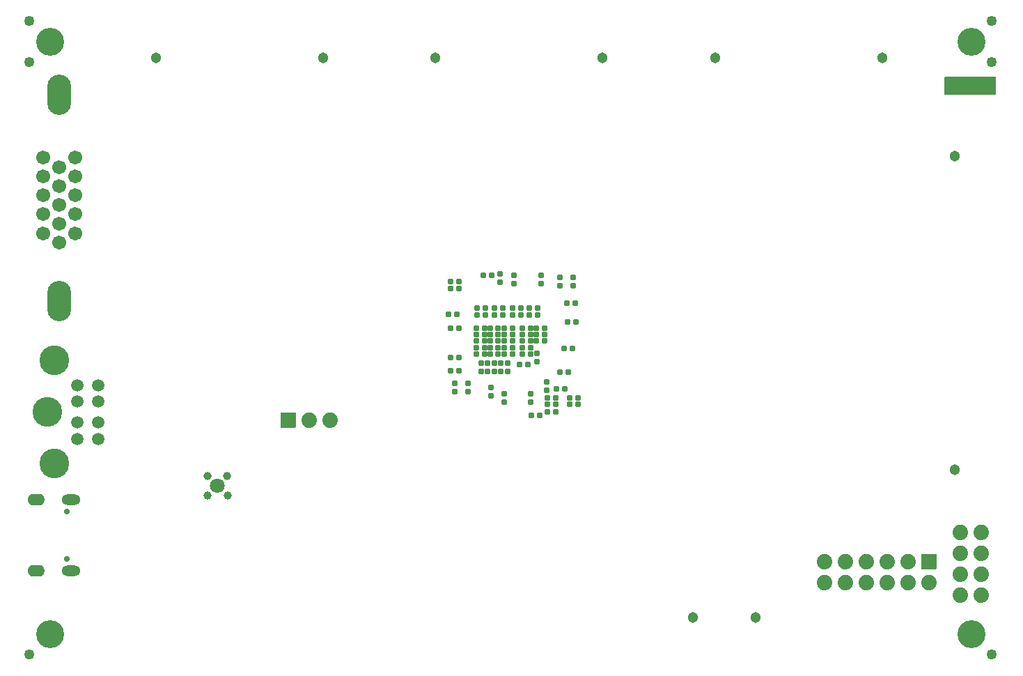
<source format=gbr>
%TF.GenerationSoftware,KiCad,Pcbnew,7.0.9-7.0.9~ubuntu22.04.1*%
%TF.CreationDate,2025-03-17T10:50:26+02:00*%
%TF.ProjectId,GateMateA1-EVB_Rev_C,47617465-4d61-4746-9541-312d4556425f,C*%
%TF.SameCoordinates,PX5f5e100PY7bfa480*%
%TF.FileFunction,Soldermask,Bot*%
%TF.FilePolarity,Negative*%
%FSLAX46Y46*%
G04 Gerber Fmt 4.6, Leading zero omitted, Abs format (unit mm)*
G04 Created by KiCad (PCBNEW 7.0.9-7.0.9~ubuntu22.04.1) date 2025-03-17 10:50:26*
%MOMM*%
%LPD*%
G01*
G04 APERTURE LIST*
G04 Aperture macros list*
%AMRoundRect*
0 Rectangle with rounded corners*
0 $1 Rounding radius*
0 $2 $3 $4 $5 $6 $7 $8 $9 X,Y pos of 4 corners*
0 Add a 4 corners polygon primitive as box body*
4,1,4,$2,$3,$4,$5,$6,$7,$8,$9,$2,$3,0*
0 Add four circle primitives for the rounded corners*
1,1,$1+$1,$2,$3*
1,1,$1+$1,$4,$5*
1,1,$1+$1,$6,$7*
1,1,$1+$1,$8,$9*
0 Add four rect primitives between the rounded corners*
20,1,$1+$1,$2,$3,$4,$5,0*
20,1,$1+$1,$4,$5,$6,$7,0*
20,1,$1+$1,$6,$7,$8,$9,0*
20,1,$1+$1,$8,$9,$2,$3,0*%
G04 Aperture macros list end*
%ADD10C,0.701600*%
%ADD11O,2.301600X1.301600*%
%ADD12O,2.101600X1.401600*%
%ADD13C,1.301600*%
%ADD14C,1.879600*%
%ADD15RoundRect,0.050800X-0.889000X0.889000X-0.889000X-0.889000X0.889000X-0.889000X0.889000X0.889000X0*%
%ADD16C,3.401601*%
%ADD17C,1.511600*%
%ADD18C,3.601600*%
%ADD19C,1.000000*%
%ADD20C,1.800000*%
%ADD21C,1.701600*%
%ADD22O,2.901600X4.901600*%
%ADD23RoundRect,0.050800X-0.889000X-0.889000X0.889000X-0.889000X0.889000X0.889000X-0.889000X0.889000X0*%
%ADD24RoundRect,0.050800X-0.250000X-0.275000X0.250000X-0.275000X0.250000X0.275000X-0.250000X0.275000X0*%
%ADD25RoundRect,0.050800X0.250000X0.275000X-0.250000X0.275000X-0.250000X-0.275000X0.250000X-0.275000X0*%
%ADD26RoundRect,0.050800X-0.275000X0.250000X-0.275000X-0.250000X0.275000X-0.250000X0.275000X0.250000X0*%
%ADD27RoundRect,0.050800X0.275000X-0.250000X0.275000X0.250000X-0.275000X0.250000X-0.275000X-0.250000X0*%
%ADD28C,1.254000*%
G04 APERTURE END LIST*
D10*
%TO.C,USB-C1*%
X6030000Y13110000D03*
X6030000Y18890000D03*
D11*
X6530000Y11680000D03*
X6530000Y20320000D03*
D12*
X2350000Y11680000D03*
X2350000Y20320000D03*
%TD*%
D13*
%TO.C,BANK_MISC1*%
X114000000Y62050000D03*
X114000000Y23950000D03*
%TD*%
%TO.C,BANK_NA1*%
X16840000Y74000000D03*
X37160000Y74000000D03*
%TD*%
D14*
%TO.C,TRST1*%
X114630000Y11255000D03*
%TD*%
D13*
%TO.C,BANK_EB1*%
X84840000Y74000000D03*
X105160000Y74000000D03*
%TD*%
D14*
%TO.C,+1V8*%
X117170000Y16335000D03*
%TD*%
D15*
%TO.C,Pmod1*%
X110850000Y12770000D03*
D14*
X108310000Y12770000D03*
X105770000Y12770000D03*
X103230000Y12770000D03*
X100690000Y12770000D03*
X98150000Y12770000D03*
X110850000Y10230000D03*
X108310000Y10230000D03*
X105770000Y10230000D03*
X103230000Y10230000D03*
X100690000Y10230000D03*
X98150000Y10230000D03*
%TD*%
D16*
%TO.C,MH2*%
X4000000Y76000000D03*
%TD*%
D17*
%TO.C,PS2_KBD1*%
X7270000Y29730000D03*
X7270000Y32270000D03*
X7270000Y27740000D03*
X7270000Y34260000D03*
X9810000Y27740000D03*
X9810000Y34260000D03*
X9810000Y32270000D03*
X9810000Y29730000D03*
D18*
X4500000Y37300000D03*
X3700000Y31000000D03*
X4500000Y24700000D03*
%TD*%
D16*
%TO.C,MH4*%
X116000000Y4000000D03*
%TD*%
D13*
%TO.C,UEXT1*%
X89810000Y6000000D03*
X82190000Y6000000D03*
%TD*%
D14*
%TO.C,VDD_CORE1*%
X114630000Y13795000D03*
%TD*%
%TO.C,GND1*%
X114630000Y8715000D03*
%TD*%
D19*
%TO.C,U10*%
X23100000Y23206200D03*
X23100000Y20806200D03*
D20*
X24300000Y22006200D03*
D19*
X25500000Y23206200D03*
X25570000Y20806200D03*
%TD*%
D16*
%TO.C,MH1*%
X4000000Y4000000D03*
%TD*%
D13*
%TO.C,BANK_NB1*%
X50840000Y74000000D03*
X71160000Y74000000D03*
%TD*%
D14*
%TO.C,+3V3*%
X117170000Y11255000D03*
%TD*%
%TO.C,+1V2*%
X114630000Y16335000D03*
%TD*%
%TO.C,+5V_USB1*%
X117170000Y8715000D03*
%TD*%
D16*
%TO.C,MH3*%
X116000000Y76000000D03*
%TD*%
D14*
%TO.C,+2V5*%
X117170000Y13795000D03*
%TD*%
D21*
%TO.C,VGA1*%
X7090000Y52720000D03*
X7090000Y55010000D03*
X7090000Y57300000D03*
X7090000Y59590000D03*
X7090000Y61880000D03*
X5110000Y51575000D03*
X5110000Y53865000D03*
X5110000Y56155000D03*
X5110000Y58445000D03*
X5110000Y60735000D03*
X3130000Y52720000D03*
X3130000Y55010000D03*
X3130000Y57300000D03*
X3130000Y59590000D03*
X3130000Y61880000D03*
D22*
X5110000Y69495000D03*
X5110000Y44505000D03*
%TD*%
D23*
%TO.C,SWD1*%
X32960000Y30000000D03*
D14*
X35500000Y30000000D03*
X38040000Y30000000D03*
%TD*%
D24*
%TO.C,C50*%
X58482600Y38800000D03*
D25*
X57517400Y38800000D03*
%TD*%
D26*
%TO.C,C27*%
X59600000Y35892000D03*
D27*
X59600000Y36908000D03*
%TD*%
%TO.C,C79*%
X64400000Y34608000D03*
D26*
X64400000Y33592000D03*
%TD*%
D24*
%TO.C,C53*%
X58482600Y40400000D03*
D25*
X57517400Y40400000D03*
%TD*%
%TO.C,C9*%
X66492000Y38700000D03*
D24*
X67508000Y38700000D03*
%TD*%
%TO.C,C13*%
X53708000Y37600000D03*
D25*
X52692000Y37600000D03*
%TD*%
%TO.C,C65*%
X61392000Y38800000D03*
D24*
X62408000Y38800000D03*
%TD*%
D27*
%TO.C,C16*%
X60400000Y47608000D03*
D26*
X60400000Y46592000D03*
%TD*%
%TO.C,C2*%
X67600000Y46292000D03*
D27*
X67600000Y47308000D03*
%TD*%
%TO.C,C68*%
X54800000Y34508000D03*
D26*
X54800000Y33492000D03*
%TD*%
D25*
%TO.C,C43*%
X67192000Y31900000D03*
D24*
X68208000Y31900000D03*
%TD*%
D25*
%TO.C,C23*%
X57992000Y42800000D03*
D24*
X59008000Y42800000D03*
%TD*%
D25*
%TO.C,C28*%
X55792000Y40400000D03*
D24*
X56808000Y40400000D03*
%TD*%
D28*
%TO.C,FID12*%
X1500000Y73500000D03*
%TD*%
D24*
%TO.C,C17*%
X64158000Y41200000D03*
D25*
X63142000Y41200000D03*
%TD*%
%TO.C,C78*%
X64492000Y31000000D03*
D24*
X65508000Y31000000D03*
%TD*%
%TO.C,C7*%
X57708000Y47600000D03*
D25*
X56692000Y47600000D03*
%TD*%
%TO.C,C69*%
X61392000Y39600000D03*
D24*
X62408000Y39600000D03*
%TD*%
%TO.C,C34*%
X67808000Y44200000D03*
D25*
X66792000Y44200000D03*
%TD*%
%TO.C,C47*%
X64492000Y31900000D03*
D24*
X65508000Y31900000D03*
%TD*%
D28*
%TO.C,FID8*%
X1500000Y78500000D03*
%TD*%
D25*
%TO.C,C38*%
X52442000Y42850000D03*
D24*
X53458000Y42850000D03*
%TD*%
%TO.C,C33*%
X64158000Y39600000D03*
D25*
X63142000Y39600000D03*
%TD*%
%TO.C,C44*%
X67192000Y32700000D03*
D24*
X68208000Y32700000D03*
%TD*%
%TO.C,C36*%
X62108000Y36800000D03*
D25*
X61092000Y36800000D03*
%TD*%
D24*
%TO.C,R13*%
X63508000Y30600000D03*
D25*
X62492000Y30600000D03*
%TD*%
D24*
%TO.C,C60*%
X60208000Y41200000D03*
D25*
X59192000Y41200000D03*
%TD*%
%TO.C,C31*%
X57992000Y43600000D03*
D24*
X59008000Y43600000D03*
%TD*%
%TO.C,C76*%
X53708000Y36000000D03*
D25*
X52692000Y36000000D03*
%TD*%
D28*
%TO.C,FID9*%
X118500000Y78500000D03*
%TD*%
D24*
%TO.C,C45*%
X66608000Y33800000D03*
D25*
X65592000Y33800000D03*
%TD*%
D24*
%TO.C,C14*%
X53708000Y46000000D03*
D25*
X52692000Y46000000D03*
%TD*%
D24*
%TO.C,C22*%
X56908000Y43600000D03*
D25*
X55892000Y43600000D03*
%TD*%
%TO.C,C18*%
X62292000Y43600000D03*
D24*
X63308000Y43600000D03*
%TD*%
D25*
%TO.C,C49*%
X64492000Y32700000D03*
D24*
X65508000Y32700000D03*
%TD*%
D25*
%TO.C,C26*%
X62292000Y42800000D03*
D24*
X63308000Y42800000D03*
%TD*%
D25*
%TO.C,C71*%
X61392000Y38000000D03*
D24*
X62408000Y38000000D03*
%TD*%
D26*
%TO.C,C48*%
X62400000Y32192000D03*
D27*
X62400000Y33208000D03*
%TD*%
D26*
%TO.C,C15*%
X58700000Y46792000D03*
D27*
X58700000Y47808000D03*
%TD*%
D24*
%TO.C,C25*%
X64158000Y40400000D03*
D25*
X63142000Y40400000D03*
%TD*%
D24*
%TO.C,C77*%
X58482600Y39600000D03*
D25*
X57517400Y39600000D03*
%TD*%
D27*
%TO.C,C10*%
X66000000Y47308000D03*
D26*
X66000000Y46292000D03*
%TD*%
D28*
%TO.C,FID7*%
X1500000Y1500000D03*
%TD*%
D24*
%TO.C,C51*%
X58482600Y38000000D03*
D25*
X57517400Y38000000D03*
%TD*%
%TO.C,C32*%
X60192000Y43600000D03*
D24*
X61208000Y43600000D03*
%TD*%
D28*
%TO.C,FID10*%
X118500000Y1500000D03*
%TD*%
D27*
%TO.C,C70*%
X53200000Y34508000D03*
D26*
X53200000Y33492000D03*
%TD*%
D27*
%TO.C,C11*%
X57600000Y34008000D03*
D26*
X57600000Y32992000D03*
%TD*%
D28*
%TO.C,FID11*%
X118500000Y73500000D03*
%TD*%
D25*
%TO.C,C55*%
X61392000Y40400000D03*
D24*
X62408000Y40400000D03*
%TD*%
D26*
%TO.C,C35*%
X58000000Y35892000D03*
D27*
X58000000Y36908000D03*
%TD*%
D26*
%TO.C,C8*%
X63700000Y46592000D03*
D27*
X63700000Y47608000D03*
%TD*%
D25*
%TO.C,C5*%
X52692000Y41200000D03*
D24*
X53708000Y41200000D03*
%TD*%
D27*
%TO.C,C20*%
X63200000Y38108000D03*
D26*
X63200000Y37092000D03*
%TD*%
D25*
%TO.C,C64*%
X61392000Y41200000D03*
D24*
X62408000Y41200000D03*
%TD*%
%TO.C,C54*%
X60208000Y40400000D03*
D25*
X59192000Y40400000D03*
%TD*%
D24*
%TO.C,C56*%
X58482600Y41200000D03*
D25*
X57517400Y41200000D03*
%TD*%
%TO.C,C72*%
X55792000Y38800000D03*
D24*
X56808000Y38800000D03*
%TD*%
%TO.C,C57*%
X60208000Y38800000D03*
D25*
X59192000Y38800000D03*
%TD*%
D24*
%TO.C,C41*%
X67008000Y35800000D03*
D25*
X65992000Y35800000D03*
%TD*%
D26*
%TO.C,C80*%
X57200000Y35892000D03*
D27*
X57200000Y36908000D03*
%TD*%
D25*
%TO.C,C74*%
X55792000Y38000000D03*
D24*
X56808000Y38000000D03*
%TD*%
D25*
%TO.C,C24*%
X60192000Y42800000D03*
D24*
X61208000Y42800000D03*
%TD*%
D25*
%TO.C,C37*%
X55792000Y39600000D03*
D24*
X56808000Y39600000D03*
%TD*%
%TO.C,C29*%
X56908000Y42800000D03*
D25*
X55892000Y42800000D03*
%TD*%
%TO.C,C21*%
X55792000Y41200000D03*
D24*
X56808000Y41200000D03*
%TD*%
%TO.C,C61*%
X60208000Y38000000D03*
D25*
X59192000Y38000000D03*
%TD*%
D26*
%TO.C,C3*%
X59200000Y32192000D03*
D27*
X59200000Y33208000D03*
%TD*%
D24*
%TO.C,C1*%
X67908000Y41900000D03*
D25*
X66892000Y41900000D03*
%TD*%
D24*
%TO.C,C52*%
X60208000Y39600000D03*
D25*
X59192000Y39600000D03*
%TD*%
D24*
%TO.C,C6*%
X53708000Y46800000D03*
D25*
X52692000Y46800000D03*
%TD*%
D26*
%TO.C,C81*%
X56400000Y35892000D03*
D27*
X56400000Y36908000D03*
%TD*%
D26*
%TO.C,C19*%
X58800000Y35892000D03*
D27*
X58800000Y36908000D03*
%TD*%
G36*
X118943039Y71730315D02*
G01*
X118988794Y71677511D01*
X119000000Y71626000D01*
X119000000Y69624000D01*
X118980315Y69556961D01*
X118927511Y69511206D01*
X118876000Y69500000D01*
X112874000Y69500000D01*
X112806961Y69519685D01*
X112761206Y69572489D01*
X112750000Y69624000D01*
X112750000Y71626000D01*
X112769685Y71693039D01*
X112822489Y71738794D01*
X112874000Y71750000D01*
X118876000Y71750000D01*
X118943039Y71730315D01*
G37*
M02*

</source>
